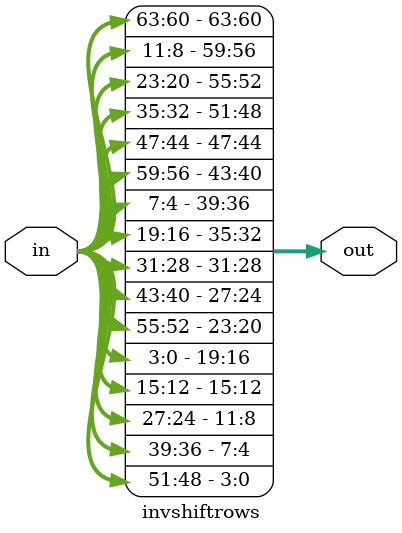
<source format=v>
`timescale 1ns / 1ps
/*
* -----------------------------------------------------------------
* AUTHOR  : Nicolai Müller (nicolai.mueller@rub.de)
* DOCUMENT: "Low-Latency Hardware Masking of PRINCE" (COSADE 2021)
* -----------------------------------------------------------------
*
* Copyright (c) 2021, Nicolai Müller
*
* All rights reserved.
*
* THIS SOFTWARE IS PROVIDED BY THE COPYRIGHT HOLDERS AND CONTRIBUTORS "AS IS" AND
* ANY EXPRESS OR IMPLIED WARRANTIES, INCLUDING, BUT NOT LIMITED TO, THE IMPLIED
* WARRANTIES OF MERCHANTABILITY AND FITNESS FOR A PARTICULAR PURPOSE ARE
* DISCLAIMED. IN NO EVENT SHALL THE COPYRIGHT HOLDER OR CONTRIBUTERS BE LIABLE FOR ANY
* DIRECT, INDIRECT, INCIDENTAL, SPECIAL, EXEMPLARY, OR CONSEQUENTIAL DAMAGES
* (INCLUDING, BUT NOT LIMITED TO, PROCUREMENT OF SUBSTITUTE GOODS OR SERVICES;
* LOSS OF USE, DATA, OR PROFITS; OR BUSINESS INTERRUPTION) HOWEVER CAUSED AND
* ON ANY THEORY OF LIABILITY, WHETHER IN CONTRACT, STRICT LIABILITY, OR TORT
* (INCLUDING NEGLIGENCE OR OTHERWISE) ARISING IN ANY WAY OUT OF THE USE OF THIS
* SOFTWARE, EVEN IF ADVISED OF THE POSSIBILITY OF SUCH DAMAGE.
*
* Please see LICENSE and README for license and further instructions.
*/

module invshiftrows(
    input [63:0] in,
    output [63:0] out
    );
    
    assign out[3:0] = in[51:48];
    assign out[7:4] = in[39:36];
    assign out[11:8] = in[27:24];
    assign out[15:12] = in[15:12];
    
    assign out[19:16] = in[3:0];
    assign out[23:20] = in[55:52];
    assign out[27:24] = in[43:40];
    assign out[31:28] = in[31:28];
    
    assign out[35:32] = in[19:16];
    assign out[39:36] = in[7:4];
    assign out[43:40] = in[59:56];    
    assign out[47:44] = in[47:44];
    
    assign out[51:48] = in[35:32];
    assign out[55:52] = in[23:20];
    assign out[59:56] = in[11:8];
    assign out[63:60] = in[63:60];
   
endmodule

</source>
